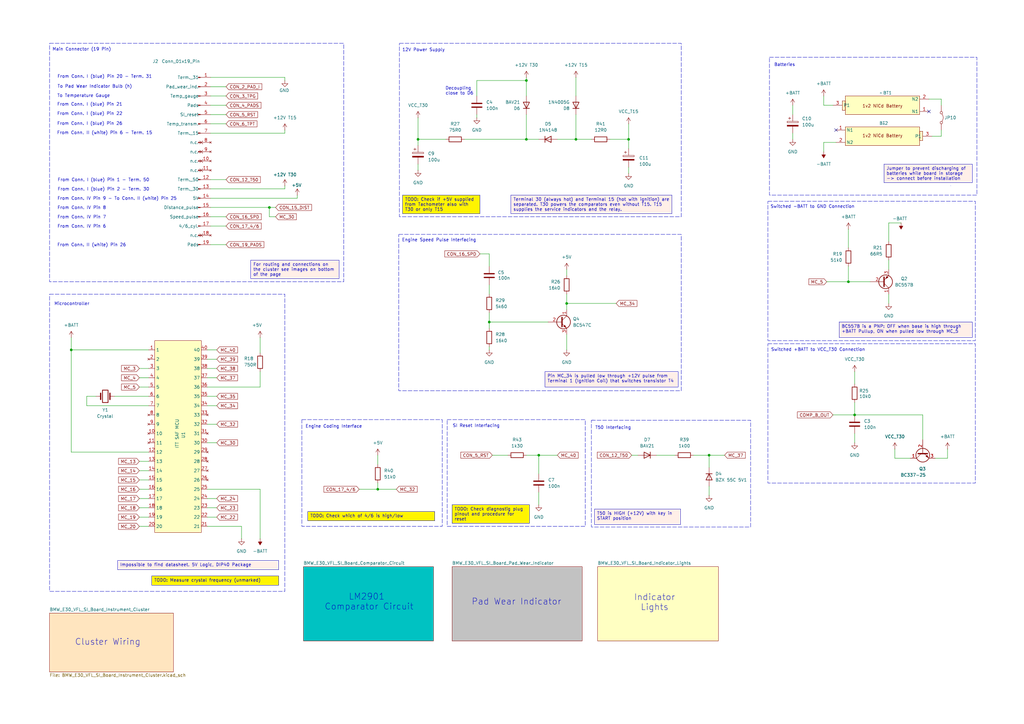
<source format=kicad_sch>
(kicad_sch (version 20231120) (generator "eeschema") (generator_version "8.0")
  (paper "A3")
  (title_block (title "BMW E30 Pre-Facelift SI Board") (date "2024-06-15") (rev "2"))
  (lib_symbols
    (symbol "1.2V_NiCd_AA_1"
      (property "Reference" "BT1" (at -2.032 -8.89 0))
      (property "Value" "~" (at 0.635 -8.89 0))
      (symbol "1.2V_NiCd_AA_1_1_1"
        (text "    1v2 NiCd Battery    " (at 0 -3.556 0) (effects (font (size 1.27 1.27))))
        (pin power_out line (at -19.05 -1.27 0) (length 3.81) (name "N1") (number "1"))
        (pin power_out line (at -19.05 -6.35 0) (length 3.81) (name "N2") (number "2"))
        (pin power_out line (at 20.32 -3.81 180) (length 3.81) (name "P1") (number "3"))
      )
    )
    (symbol "Connector:Conn_01x19_Pin" (pin_names (offset 1.016))
      (property "Reference" "J2" (at -6.858 33.274 0))
      (property "Value" "Conn_01x19_Pin" (at -0.254 30.734 0))
      (symbol "Conn_01x19_Pin_1_1"
        (pin power_in line (at 5.08 22.86 180) (length 3.81) (name "Term._31") (number "1"))
        (pin no_connect non_logic (at 5.08 -11.43 180) (length 3.81) (name "n.c.") (number "10"))
        (pin no_connect non_logic (at 5.08 -15.24 180) (length 3.81) (name "n.c.") (number "11"))
        (pin power_in line (at 5.08 -19.05 180) (length 3.81) (name "Term._50") (number "12"))
        (pin power_in line (at 5.08 -22.86 180) (length 3.81) (name "Term._30") (number "13"))
        (pin power_in line (at 5.08 -26.67 180) (length 3.81) (name "5V") (number "14"))
        (pin input line (at 5.08 -30.48 180) (length 3.81) (name "Distance_pulse") (number "15"))
        (pin input line (at 5.08 -34.29 180) (length 3.81) (name "Speed_pulse") (number "16"))
        (pin input line (at 5.08 -38.1 180) (length 3.81) (name "4/6_cyl.") (number "17"))
        (pin no_connect non_logic (at 5.08 -41.91 180) (length 3.81) (name "n.c.") (number "18"))
        (pin passive line (at 5.08 -45.72 180) (length 3.81) (name "Pads") (number "19"))
        (pin output line (at 5.08 19.05 180) (length 3.81) (name "Pad_wear_ind.") (number "2"))
        (pin output line (at 5.08 15.24 180) (length 3.81) (name "Temp_gauge") (number "3"))
        (pin passive line (at 5.08 11.43 180) (length 3.81) (name "Pads") (number "4"))
        (pin input line (at 5.08 7.62 180) (length 3.81) (name "SI_reset") (number "5"))
        (pin input line (at 5.08 3.81 180) (length 3.81) (name "Temp_transm.") (number "6"))
        (pin power_in line (at 5.08 0 180) (length 3.81) (name "Term._15") (number "7"))
        (pin no_connect non_logic (at 5.08 -3.81 180) (length 3.81) (name "n.c.") (number "8"))
        (pin no_connect non_logic (at 5.08 -7.62 180) (length 3.81) (name "n.c.") (number "9"))
      )
    )
    (symbol "Device:C" (pin_numbers hide) (pin_names (offset 0.254))
      (property "Reference" "C" (at 0.635 2.54 0))
      (property "Value" "C" (at 0.635 -2.54 0))
      (symbol "C_1_1"
        (pin passive line (at 0 3.81 270) (length 2.794) (name "~") (number "1"))
        (pin passive line (at 0 -3.81 90) (length 2.794) (name "~") (number "2"))
      )
    )
    (symbol "Device:C_Polarized" (pin_numbers hide) (pin_names (offset 0.254))
      (property "Reference" "C" (at 0.635 2.54 0))
      (property "Value" "C_Polarized" (at 0.635 -2.54 0))
      (symbol "C_Polarized_1_1"
        (pin passive line (at 0 3.81 270) (length 2.794) (name "~") (number "1"))
        (pin passive line (at 0 -3.81 90) (length 2.794) (name "~") (number "2"))
      )
    )
    (symbol "Device:Crystal" (pin_numbers hide) (pin_names (offset 1.016) hide)
      (property "Reference" "Y" (at 0 3.81 0))
      (property "Value" "Crystal" (at 0 -3.81 0))
      (symbol "Crystal_1_1"
        (pin passive line (at -3.81 0 0) (length 1.27) (name "1") (number "1"))
        (pin passive line (at 3.81 0 180) (length 1.27) (name "2") (number "2"))
      )
    )
    (symbol "Device:D" (pin_numbers hide) (pin_names (offset 1.016) hide)
      (property "Reference" "D" (at 0 2.54 0))
      (property "Value" "D" (at 0 -2.54 0))
      (symbol "D_1_1"
        (pin passive line (at -3.81 0 0) (length 2.54) (name "K") (number "1"))
        (pin passive line (at 3.81 0 180) (length 2.54) (name "A") (number "2"))
      )
    )
    (symbol "Device:R" (pin_numbers hide) (pin_names (offset 0))
      (property "Reference" "R" (at 2.032 0 90))
      (property "Value" "R" (at 0 0 90))
      (symbol "R_1_1"
        (pin passive line (at 0 3.81 270) (length 1.27) (name "~") (number "1"))
        (pin passive line (at 0 -3.81 90) (length 1.27) (name "~") (number "2"))
      )
    )
    (symbol "Diode:1N4005" (pin_numbers hide) (pin_names hide)
      (property "Reference" "D" (at 0 2.54 0))
      (property "Value" "1N4005" (at 0 -2.54 0))
      (symbol "1N4005_1_1"
        (pin passive line (at -3.81 0 0) (length 2.54) (name "K") (number "1"))
        (pin passive line (at 3.81 0 180) (length 2.54) (name "A") (number "2"))
      )
    )
    (symbol "Diode:1N4148" (pin_numbers hide) (pin_names hide)
      (property "Reference" "D" (at 0 2.54 0))
      (property "Value" "1N4148" (at 0 -2.54 0))
      (symbol "1N4148_1_1"
        (pin passive line (at -3.81 0 0) (length 2.54) (name "K") (number "1"))
        (pin passive line (at 3.81 0 180) (length 2.54) (name "A") (number "2"))
      )
    )
    (symbol "Diode:BAV21" (pin_numbers hide) (pin_names hide)
      (property "Reference" "D" (at 0 2.54 0))
      (property "Value" "BAV21" (at 0 -2.54 0))
      (symbol "BAV21_1_1"
        (pin passive line (at -3.81 0 0) (length 2.54) (name "K") (number "1"))
        (pin passive line (at 3.81 0 180) (length 2.54) (name "A") (number "2"))
      )
    )
    (symbol "Jumper:Jumper_2_Bridged" (pin_numbers hide) (pin_names (offset 0) hide) (exclude_from_sim yes)
      (property "Reference" "JP" (at 0 1.905 0))
      (property "Value" "Jumper_2_Bridged" (at 0 -2.54 0))
      (symbol "Jumper_2_Bridged_1_1"
        (pin passive line (at -5.08 0 0) (length 2.54) (name "A") (number "1"))
        (pin passive line (at 5.08 0 180) (length 2.54) (name "B") (number "2"))
      )
    )
    (symbol "My_custom_symbols:1.2V_NiCd_AA"
      (property "Reference" "BT2" (at 0.508 1.524 0))
      (property "Value" "~" (at 0.635 1.27 0))
      (symbol "1.2V_NiCd_AA_1_1"
        (text "    1v2 NiCd Battery    " (at 0 -3.556 0) (effects (font (size 1.27 1.27))))
        (pin power_out line (at -19.05 -1.27 0) (length 3.81) (name "N1") (number "1"))
        (pin power_out line (at -19.05 -6.35 0) (length 3.81) (name "N2") (number "2"))
        (pin power_out line (at 20.32 -3.81 180) (length 3.81) (name "P1") (number "3"))
      )
    )
    (symbol "My_custom_symbols:ITT_SAF_MCU"
      (property "Reference" "U1" (at 0.762 -18.796 0))
      (property "Value" "ITT SAF MCU" (at 4.826 -21.336 0))
      (symbol "ITT_SAF_MCU_1_1"
        (pin input line (at -35.56 -33.02 90) (length 2.54) (name "1") (number "1"))
        (pin no_connect line (at -1.27 -33.02 90) (length 2.54) (name "10") (number "10"))
        (pin no_connect line (at 2.54 -33.02 90) (length 2.54) (name "11") (number "11"))
        (pin input line (at 6.35 -33.02 90) (length 2.54) (name "12") (number "12"))
        (pin output line (at 10.16 -33.02 90) (length 2.54) (name "13") (number "13"))
        (pin output line (at 13.97 -33.02 90) (length 2.54) (name "14") (number "14"))
        (pin output line (at 17.78 -33.02 90) (length 2.54) (name "15") (number "15"))
        (pin output line (at 21.59 -33.02 90) (length 2.54) (name "16") (number "16"))
        (pin output line (at 25.4 -33.02 90) (length 2.54) (name "17") (number "17"))
        (pin output line (at 29.21 -33.02 90) (length 2.54) (name "18") (number "18"))
        (pin output line (at 33.02 -33.02 90) (length 2.54) (name "19") (number "19"))
        (pin no_connect line (at -31.75 -33.02 90) (length 2.54) (name "2") (number "2"))
        (pin output line (at 36.83 -33.02 90) (length 2.54) (name "20") (number "20"))
        (pin power_in line (at 36.83 -8.89 270) (length 2.54) (name "21") (number "21"))
        (pin output line (at 33.02 -8.89 270) (length 2.54) (name "22") (number "22"))
        (pin output line (at 29.21 -8.89 270) (length 2.54) (name "23") (number "23"))
        (pin output line (at 25.4 -8.89 270) (length 2.54) (name "24") (number "24"))
        (pin input line (at 21.59 -8.89 270) (length 2.54) (name "25") (number "25"))
        (pin no_connect line (at 17.78 -8.89 270) (length 2.54) (name "26") (number "26"))
        (pin no_connect line (at 13.97 -8.89 270) (length 2.54) (name "27") (number "27"))
        (pin no_connect line (at 10.16 -8.89 270) (length 2.54) (name "28") (number "28"))
        (pin no_connect line (at 6.35 -8.89 270) (length 2.54) (name "29") (number "29"))
        (pin input line (at -27.94 -33.02 90) (length 2.54) (name "3") (number "3"))
        (pin input line (at 2.54 -8.89 270) (length 2.54) (name "30") (number "30"))
        (pin no_connect line (at -1.27 -8.89 270) (length 2.54) (name "31") (number "31"))
        (pin input line (at -5.08 -8.89 270) (length 2.54) (name "32") (number "32"))
        (pin no_connect line (at -8.89 -8.89 270) (length 2.54) (name "33") (number "33"))
        (pin input line (at -12.7 -8.89 270) (length 2.54) (name "34") (number "34"))
        (pin input line (at -16.51 -8.89 270) (length 2.54) (name "35") (number "35"))
        (pin input line (at -20.32 -8.89 270) (length 2.54) (name "36") (number "36"))
        (pin input line (at -24.13 -8.89 270) (length 2.54) (name "37") (number "37"))
        (pin input line (at -27.94 -8.89 270) (length 2.54) (name "38") (number "38"))
        (pin output line (at -31.75 -8.89 270) (length 2.54) (name "39") (number "39"))
        (pin input line (at -24.13 -33.02 90) (length 2.54) (name "4") (number "4"))
        (pin input line (at -35.56 -8.89 270) (length 2.54) (name "40") (number "40"))
        (pin input line (at -20.32 -33.02 90) (length 2.54) (name "5") (number "5"))
        (pin input line (at -16.51 -33.02 90) (length 2.54) (name "6") (number "6"))
        (pin input line (at -12.7 -33.02 90) (length 2.54) (name "7") (number "7"))
        (pin no_connect line (at -8.89 -33.02 90) (length 2.54) (name "8") (number "8"))
        (pin no_connect line (at -5.08 -33.02 90) (length 2.54) (name "9") (number "9"))
      )
    )
    (symbol "Transistor_BJT:BC337" (pin_names (offset 0) hide)
      (property "Reference" "Q" (at 5.08 1.905 0))
      (property "Value" "BC337" (at 5.08 0 0))
      (symbol "BC337_1_1"
        (pin passive line (at 2.54 5.08 270) (length 2.54) (name "C") (number "1"))
        (pin input line (at -5.08 0 0) (length 5.08) (name "B") (number "2"))
        (pin passive line (at 2.54 -5.08 90) (length 2.54) (name "E") (number "3"))
      )
    )
    (symbol "Transistor_BJT:BC547" (pin_names (offset 0) hide)
      (property "Reference" "Q" (at 5.08 1.905 0))
      (property "Value" "BC547" (at 5.08 0 0))
      (symbol "BC547_1_1"
        (pin passive line (at 2.54 5.08 270) (length 2.54) (name "C") (number "1"))
        (pin input line (at -5.08 0 0) (length 5.08) (name "B") (number "2"))
        (pin passive line (at 2.54 -5.08 90) (length 2.54) (name "E") (number "3"))
      )
    )
    (symbol "Transistor_BJT:BC557" (pin_names (offset 0) hide)
      (property "Reference" "Q" (at 5.08 1.905 0))
      (property "Value" "BC557" (at 5.08 0 0))
      (symbol "BC557_1_1"
        (pin passive line (at 2.54 5.08 270) (length 2.54) (name "C") (number "1"))
        (pin input line (at -5.08 0 0) (length 5.715) (name "B") (number "2"))
        (pin passive line (at 2.54 -5.08 90) (length 2.54) (name "E") (number "3"))
      )
    )
    (symbol "power:+12V" (power) (pin_numbers hide) (pin_names (offset 0) hide)
      (property "Value" "+12V" (at 0 3.556 0))
      (symbol "+12V_1_1"
        (pin power_in line (at 0 0 90) (length 0) (name "~") (number "1"))
      )
    )
    (symbol "power:+5V" (power) (pin_numbers hide) (pin_names (offset 0) hide)
      (property "Value" "+5V" (at 0 3.556 0))
      (symbol "+5V_1_1"
        (pin power_in line (at 0 0 90) (length 0) (name "~") (number "1"))
      )
    )
    (symbol "power:+BATT" (power) (pin_numbers hide) (pin_names (offset 0) hide)
      (property "Value" "+BATT" (at 0 3.556 0))
      (symbol "+BATT_1_1"
        (pin power_in line (at 0 0 90) (length 0) (name "~") (number "1"))
      )
    )
    (symbol "power:-BATT" (power) (pin_numbers hide) (pin_names (offset 0) hide)
      (property "Value" "-BATT" (at 0 3.556 0))
      (symbol "-BATT_1_1"
        (pin power_in line (at 0 0 90) (length 0) (name "~") (number "1"))
      )
    )
    (symbol "power:GND" (power) (pin_numbers hide) (pin_names (offset 0) hide)
      (property "Value" "GND" (at 0 -3.81 0))
      (symbol "GND_1_1"
        (pin power_in line (at 0 0 270) (length 0) (name "~") (number "1"))
      )
    )
    (symbol "power:VCC" (power) (pin_numbers hide) (pin_names (offset 0) hide)
      (property "Value" "VCC" (at 0 3.556 0))
      (symbol "VCC_1_1"
        (pin power_in line (at 0 0 90) (length 0) (name "~") (number "1"))
      )
    )
  )
  (junction (at 347.98 115.57))
  (junction (at 110.49 85.09))
  (junction (at 171.45 57.15))
  (junction (at 232.41 124.46))
  (junction (at 215.9 57.15))
  (junction (at 236.22 57.15))
  (junction (at 215.9 33.02))
  (junction (at 350.52 170.18))
  (junction (at 200.66 132.08))
  (junction (at 29.21 143.51))
  (junction (at 290.83 186.69))
  (junction (at 220.98 186.69))
  (junction (at 257.81 57.15))
  (junction (at 154.94 200.66))
  (no_connect (at 381 45.72))
  (no_connect (at 342.9 53.34))
  (wire (pts (xy 88.9 151.13) (xy 85.09 151.13)))
  (wire (pts (xy 29.21 138.43) (xy 29.21 143.51)))
  (wire (pts (xy 171.45 57.15) (xy 182.88 57.15)))
  (wire (pts (xy 86.36 73.66) (xy 92.71 73.66)))
  (wire (pts (xy 364.49 91.44) (xy 369.57 91.44)))
  (wire (pts (xy 386.08 53.34) (xy 386.08 55.88)))
  (wire (pts (xy 106.68 220.98) (xy 106.68 200.66)))
  (wire (pts (xy 341.63 170.18) (xy 350.52 170.18)))
  (wire (pts (xy 88.9 154.94) (xy 85.09 154.94)))
  (wire (pts (xy 337.82 39.37) (xy 337.82 43.18)))
  (wire (pts (xy 85.09 158.75) (xy 106.68 158.75)))
  (wire (pts (xy 367.03 187.96) (xy 373.38 187.96)))
  (wire (pts (xy 116.84 33.02) (xy 116.84 31.75)))
  (wire (pts (xy 116.84 77.47) (xy 86.36 77.47)))
  (wire (pts (xy 200.66 116.84) (xy 200.66 120.65)))
  (wire (pts (xy 325.12 43.18) (xy 325.12 46.99)))
  (wire (pts (xy 60.96 204.47) (xy 57.15 204.47)))
  (wire (pts (xy 86.36 100.33) (xy 92.71 100.33)))
  (wire (pts (xy 290.83 199.39) (xy 290.83 203.2)))
  (wire (pts (xy 350.52 177.8) (xy 350.52 181.61)))
  (wire (pts (xy 269.24 186.69) (xy 276.86 186.69)))
  (wire (pts (xy 364.49 124.46) (xy 364.49 120.65)))
  (wire (pts (xy 116.84 31.75) (xy 86.36 31.75)))
  (wire (pts (xy 284.48 186.69) (xy 290.83 186.69)))
  (wire (pts (xy 86.36 35.56) (xy 92.71 35.56)))
  (wire (pts (xy 106.68 200.66) (xy 85.09 200.66)))
  (wire (pts (xy 154.94 198.12) (xy 154.94 200.66)))
  (wire (pts (xy 257.81 50.8) (xy 257.81 57.15)))
  (wire (pts (xy 290.83 186.69) (xy 297.18 186.69)))
  (wire (pts (xy 290.83 186.69) (xy 290.83 191.77)))
  (wire (pts (xy 220.98 201.93) (xy 220.98 207.01)))
  (wire (pts (xy 350.52 152.4) (xy 350.52 157.48)))
  (wire (pts (xy 232.41 124.46) (xy 252.73 124.46)))
  (wire (pts (xy 86.36 81.28) (xy 121.92 81.28)))
  (wire (pts (xy 228.6 186.69) (xy 220.98 186.69)))
  (wire (pts (xy 29.21 185.42) (xy 60.96 185.42)))
  (wire (pts (xy 86.36 50.8) (xy 92.71 50.8)))
  (wire (pts (xy 106.68 138.43) (xy 106.68 144.78)))
  (wire (pts (xy 200.66 104.14) (xy 200.66 109.22)))
  (wire (pts (xy 337.82 62.23) (xy 337.82 58.42)))
  (wire (pts (xy 228.6 57.15) (xy 236.22 57.15)))
  (wire (pts (xy 337.82 43.18) (xy 341.63 43.18)))
  (wire (pts (xy 259.08 186.69) (xy 261.62 186.69)))
  (wire (pts (xy 201.93 186.69) (xy 208.28 186.69)))
  (wire (pts (xy 60.96 215.9) (xy 57.15 215.9)))
  (wire (pts (xy 388.62 187.96) (xy 383.54 187.96)))
  (wire (pts (xy 88.9 166.37) (xy 85.09 166.37)))
  (wire (pts (xy 232.41 124.46) (xy 232.41 127)))
  (wire (pts (xy 113.03 88.9) (xy 110.49 88.9)))
  (wire (pts (xy 364.49 99.06) (xy 364.49 91.44)))
  (wire (pts (xy 236.22 57.15) (xy 242.57 57.15)))
  (wire (pts (xy 60.96 193.04) (xy 57.15 193.04)))
  (wire (pts (xy 60.96 189.23) (xy 57.15 189.23)))
  (wire (pts (xy 88.9 143.51) (xy 85.09 143.51)))
  (wire (pts (xy 29.21 143.51) (xy 60.96 143.51)))
  (wire (pts (xy 162.56 200.66) (xy 154.94 200.66)))
  (wire (pts (xy 85.09 181.61) (xy 88.9 181.61)))
  (wire (pts (xy 29.21 143.51) (xy 29.21 185.42)))
  (wire (pts (xy 171.45 48.26) (xy 171.45 57.15)))
  (wire (pts (xy 60.96 154.94) (xy 57.15 154.94)))
  (wire (pts (xy 86.36 85.09) (xy 110.49 85.09)))
  (wire (pts (xy 99.06 215.9) (xy 99.06 220.98)))
  (wire (pts (xy 367.03 184.15) (xy 367.03 187.96)))
  (wire (pts (xy 236.22 31.75) (xy 236.22 39.37)))
  (wire (pts (xy 257.81 68.58) (xy 257.81 71.12)))
  (wire (pts (xy 86.36 92.71) (xy 92.71 92.71)))
  (wire (pts (xy 215.9 46.99) (xy 215.9 57.15)))
  (wire (pts (xy 99.06 215.9) (xy 85.09 215.9)))
  (wire (pts (xy 381 40.64) (xy 386.08 40.64)))
  (wire (pts (xy 347.98 109.22) (xy 347.98 115.57)))
  (wire (pts (xy 347.98 115.57) (xy 339.09 115.57)))
  (wire (pts (xy 215.9 33.02) (xy 215.9 39.37)))
  (wire (pts (xy 200.66 132.08) (xy 200.66 134.62)))
  (wire (pts (xy 116.84 54.61) (xy 86.36 54.61)))
  (wire (pts (xy 88.9 147.32) (xy 85.09 147.32)))
  (wire (pts (xy 364.49 106.68) (xy 364.49 110.49)))
  (wire (pts (xy 86.36 43.18) (xy 92.71 43.18)))
  (wire (pts (xy 325.12 54.61) (xy 325.12 57.15)))
  (wire (pts (xy 195.58 33.02) (xy 195.58 39.37)))
  (wire (pts (xy 257.81 60.96) (xy 257.81 57.15)))
  (wire (pts (xy 39.37 162.56) (xy 35.56 162.56)))
  (wire (pts (xy 190.5 57.15) (xy 215.9 57.15)))
  (wire (pts (xy 350.52 165.1) (xy 350.52 170.18)))
  (wire (pts (xy 171.45 67.31) (xy 171.45 69.85)))
  (wire (pts (xy 86.36 88.9) (xy 92.71 88.9)))
  (wire (pts (xy 88.9 162.56) (xy 85.09 162.56)))
  (wire (pts (xy 196.85 104.14) (xy 200.66 104.14)))
  (wire (pts (xy 60.96 151.13) (xy 57.15 151.13)))
  (wire (pts (xy 60.96 212.09) (xy 57.15 212.09)))
  (wire (pts (xy 215.9 186.69) (xy 220.98 186.69)))
  (wire (pts (xy 88.9 208.28) (xy 85.09 208.28)))
  (wire (pts (xy 236.22 46.99) (xy 236.22 57.15)))
  (wire (pts (xy 220.98 194.31) (xy 220.98 186.69)))
  (wire (pts (xy 215.9 57.15) (xy 220.98 57.15)))
  (wire (pts (xy 232.41 137.16) (xy 232.41 143.51)))
  (wire (pts (xy 382.27 55.88) (xy 386.08 55.88)))
  (wire (pts (xy 35.56 166.37) (xy 35.56 162.56)))
  (wire (pts (xy 200.66 142.24) (xy 200.66 143.51)))
  (wire (pts (xy 337.82 58.42) (xy 342.9 58.42)))
  (wire (pts (xy 110.49 85.09) (xy 110.49 88.9)))
  (wire (pts (xy 195.58 33.02) (xy 215.9 33.02)))
  (wire (pts (xy 378.46 180.34) (xy 378.46 170.18)))
  (wire (pts (xy 154.94 186.69) (xy 154.94 190.5)))
  (wire (pts (xy 232.41 113.03) (xy 232.41 110.49)))
  (wire (pts (xy 60.96 200.66) (xy 57.15 200.66)))
  (wire (pts (xy 200.66 128.27) (xy 200.66 132.08)))
  (wire (pts (xy 60.96 162.56) (xy 46.99 162.56)))
  (wire (pts (xy 86.36 39.37) (xy 92.71 39.37)))
  (wire (pts (xy 85.09 204.47) (xy 88.9 204.47)))
  (wire (pts (xy 121.92 81.28) (xy 121.92 80.01)))
  (wire (pts (xy 88.9 212.09) (xy 85.09 212.09)))
  (wire (pts (xy 386.08 43.18) (xy 386.08 40.64)))
  (wire (pts (xy 347.98 115.57) (xy 356.87 115.57)))
  (wire (pts (xy 106.68 152.4) (xy 106.68 158.75)))
  (wire (pts (xy 195.58 48.26) (xy 195.58 46.99)))
  (wire (pts (xy 171.45 59.69) (xy 171.45 57.15)))
  (wire (pts (xy 147.32 200.66) (xy 154.94 200.66)))
  (wire (pts (xy 116.84 76.2) (xy 116.84 77.47)))
  (wire (pts (xy 200.66 132.08) (xy 224.79 132.08)))
  (wire (pts (xy 232.41 120.65) (xy 232.41 124.46)))
  (wire (pts (xy 86.36 46.99) (xy 92.71 46.99)))
  (wire (pts (xy 116.84 54.61) (xy 116.84 53.34)))
  (wire (pts (xy 60.96 208.28) (xy 57.15 208.28)))
  (wire (pts (xy 110.49 85.09) (xy 113.03 85.09)))
  (wire (pts (xy 215.9 31.75) (xy 215.9 33.02)))
  (wire (pts (xy 388.62 184.15) (xy 388.62 187.96)))
  (wire (pts (xy 60.96 196.85) (xy 57.15 196.85)))
  (wire (pts (xy 60.96 166.37) (xy 35.56 166.37)))
  (wire (pts (xy 257.81 57.15) (xy 250.19 57.15)))
  (wire (pts (xy 88.9 173.99) (xy 85.09 173.99)))
  (wire (pts (xy 347.98 93.98) (xy 347.98 101.6)))
  (wire (pts (xy 350.52 170.18) (xy 378.46 170.18)))
  (wire (pts (xy 60.96 158.75) (xy 57.15 158.75)))
  (rectangle (start 242.57 172.339) (end 307.848 216.154) (stroke (width 0) (type dash)))
  (rectangle (start 389.89 76.2) (end 389.89 76.2))
  (rectangle (start 314.96 140.97) (end 400.05 198.12) (stroke (width 0) (type dash)))
  (rectangle (start 140.97 76.2) (end 140.97 76.2))
  (rectangle (start 163.83 17.78) (end 279.4 88.9) (stroke (width 0) (type dash)))
  (rectangle (start 20.32 120.65) (end 116.84 242.57) (stroke (width 0) (type dash)))
  (rectangle (start 20.32 17.78) (end 140.97 115.57) (stroke (width 0) (type dash)))
  (rectangle (start 183.388 172.085) (end 240.03 215.9) (stroke (width 0) (type dash)))
  (rectangle (start 243.205 172.085) (end 243.205 172.085))
  (rectangle (start 163.576 96.139) (end 279.4 160.274) (stroke (width 0) (type dash)))
  (rectangle (start 315.595 23.495) (end 400.685 80.01) (stroke (width 0) (type dash)))
  (rectangle (start 314.96 82.55) (end 400.05 139.7) (stroke (width 0) (type dash)))
  (rectangle (start 123.825 172.085) (end 181.356 215.9) (stroke (width 0) (type dash)))
  (text_box "TODO: Measure crystal frequency (unmarked)" (at 62.23 236.22 0) (size 52.07 3.81) (fill (type color) (color 255 244 0 1)) (effects (font (size 1.27 1.27)) (justify left top)))
  (text_box "Terminal 30 (always hot) and Terminal 15 (hot with ignition) are separated. T30 powers the comparators even without T15. T15 supplies the service indicators and the relay. " (at 209.55 80.01 0) (size 66.04 7.62) (fill (type color) (color 255 239 232 1)) (effects (font (size 1.27 1.27)) (justify left top)))
  (text_box "TODO: Check diagnostig plug pinout and procedure for reset" (at 185.42 207.01 0) (size 31.75 7.62) (fill (type color) (color 255 244 0 1)) (effects (font (size 1.27 1.27)) (justify left top)))
  (text_box "BC557B is a PNP: OFF when base is high through +BATT Pullup, ON when pulled low through MC_5 " (at 344.17 132.08 0) (size 54.61 6.35) (fill (type color) (color 255 239 232 1)) (effects (font (size 1.27 1.27)) (justify left top)))
  (text_box "T50 is HIGH (+12V) with key in START position" (at 243.84 208.788 0) (size 35.306 6.35) (fill (type color) (color 255 239 232 1)) (effects (font (size 1.27 1.27)) (justify left top)))
  (text_box "Pin MC_34 is pulled low through +12V pulse from Terminal 1 (Ignition Coil) that switches transistor T4" (at 223.52 152.4 0) (size 54.61 6.35) (fill (type color) (color 255 239 232 1)) (effects (font (size 1.27 1.27)) (justify left top)))
  (text_box "TODO: Check if +5V supplied from Tachometer also with T30 or only T15" (at 165.1 80.01 0) (size 31.75 7.62) (fill (type color) (color 255 244 0 1)) (effects (font (size 1.27 1.27)) (justify left top)))
  (text_box "TODO: Check which of 4/6 is high/low " (at 126.238 209.804 0) (size 52.07 3.81) (fill (type color) (color 255 244 0 1)) (effects (font (size 1.27 1.27)) (justify left top)))
  (text_box "For routing and connections on the cluster see images on bottom of the page" (at 102.87 106.68 0) (size 36.195 7.62) (fill (type color) (color 255 239 232 1)) (effects (font (size 1.27 1.27)) (justify left top)))
  (text_box "Jumper to prevent discharging of \nbatteries while board in storage\n-> connect before installation" (at 362.585 67.31 0) (size 36.195 7.62) (fill (type color) (color 255 239 232 1)) (effects (font (size 1.27 1.27)) (justify left top)))
  (text_box "Impossible to find datasheet. 5V Logic, DIP40 Package" (at 48.26 229.87 0) (size 66.04 3.81) (fill (type color) (color 255 239 232 1)) (effects (font (size 1.27 1.27)) (justify left top)))
  (text "Switched +BATT to VCC_T30 Connection" (at 335.534 143.51 0) (effects (font (size 1.27 1.27))))
  (text "Engine Speed Pulse Interfacing\n\n" (at 180.086 99.568 0) (effects (font (size 1.27 1.27))))
  (text "Decoupling \nclose to D6\n" (at 188.468 37.338 0) (effects (font (size 1.27 1.27))))
  (text "From Conn. I (blue) Pin 1 - Term. 50 " (at 42.926 73.914 0) (effects (font (size 1.27 1.27))))
  (text "From Conn. I (blue) Pin 20 - Term. 31" (at 42.926 31.496 0) (effects (font (size 1.27 1.27))))
  (text "From Conn. I (blue) Pin 2 - Term. 30 " (at 42.926 77.724 0) (effects (font (size 1.27 1.27))))
  (text "Microcontroller" (at 29.464 124.714 0) (effects (font (size 1.27 1.27))))
  (text "Cluster Wiring" (at 44.196 263.398 0) (effects (font (size 2.54 2.54))))
  (text "From Conn. I (blue) Pin 21" (at 36.83 42.926 0) (effects (font (size 1.27 1.27))))
  (text "From Conn. IV Pin 8" (at 33.528 85.344 0) (effects (font (size 1.27 1.27))))
  (text "From Conn. II (white) Pin 6 - Term. 15" (at 42.926 54.61 0) (effects (font (size 1.27 1.27))))
  (text "To Pad Wear Indicator Bulb (h)" (at 38.862 35.56 0) (effects (font (size 1.27 1.27))))
  (text "12V Power Supply" (at 173.736 20.574 0) (effects (font (size 1.27 1.27))))
  (text "From Conn. I (blue) Pin 26" (at 36.83 50.8 0) (effects (font (size 1.27 1.27))))
  (text "From Conn. IV Pin 7" (at 33.528 89.154 0) (effects (font (size 1.27 1.27))))
  (text "Main Connector (19 Pin)" (at 33.528 20.32 0) (effects (font (size 1.27 1.27))))
  (text "SI Reset Interfacing\n\n\n" (at 195.326 176.784 0) (effects (font (size 1.27 1.27))))
  (text "From Conn. I (blue) Pin 22" (at 36.83 46.736 0) (effects (font (size 1.27 1.27))))
  (text "Indicator\nLights" (at 268.478 247.142 0) (effects (font (size 2.54 2.54))))
  (text "LM2901 \nComparator Circuit" (at 151.384 246.888 0) (effects (font (size 2.54 2.54))))
  (text "From Conn. IV Pin 9 - To Conn. II (white) Pin 25" (at 48.006 81.534 0) (effects (font (size 1.27 1.27))))
  (text "T50 Interfacing\n\n\n" (at 251.46 177.546 0) (effects (font (size 1.27 1.27))))
  (text "Engine Coding Interface\n" (at 136.906 175.006 0) (effects (font (size 1.27 1.27))))
  (text "From Conn. IV Pin 6" (at 33.528 92.964 0) (effects (font (size 1.27 1.27))))
  (text "To Temperature Gauge" (at 34.29 39.37 0) (effects (font (size 1.27 1.27))))
  (text "Pad Wear Indicator" (at 211.836 246.888 0) (effects (font (size 2.54 2.54))))
  (text "Switched -BATT to GND Connection" (at 333.248 84.836 0) (effects (font (size 1.27 1.27))))
  (text "Batteries\n" (at 321.818 26.67 0) (effects (font (size 1.27 1.27))))
  (text "From Conn. II (white) Pin 26" (at 37.592 100.584 0) (effects (font (size 1.27 1.27))))
  (global_label "MC_4" (shape input) (at 57.15 154.94 180) (property "Intersheetrefs" "${INTERSHEET_REFS}" (effects (hide yes))))
  (global_label "MC_5" (shape input) (at 339.09 115.57 180) (property "Intersheetrefs" "${INTERSHEET_REFS}" (effects (hide yes))))
  (global_label "COMP_B_OUT" (shape input) (at 341.63 170.18 180) (property "Intersheetrefs" "${INTERSHEET_REFS}" (effects (hide yes))))
  (global_label "MC_32" (shape input) (at 162.56 200.66 0) (property "Intersheetrefs" "${INTERSHEET_REFS}" (effects (hide yes))))
  (global_label "MC_17" (shape input) (at 57.15 204.47 180) (property "Intersheetrefs" "${INTERSHEET_REFS}" (effects (hide yes))))
  (global_label "MC_35" (shape input) (at 88.9 162.56 0) (property "Intersheetrefs" "${INTERSHEET_REFS}" (effects (hide yes))))
  (global_label "MC_34" (shape input) (at 252.73 124.46 0) (property "Intersheetrefs" "${INTERSHEET_REFS}" (effects (hide yes))))
  (global_label "MC_39" (shape input) (at 88.9 147.32 0) (property "Intersheetrefs" "${INTERSHEET_REFS}" (effects (hide yes))))
  (global_label "MC_37" (shape input) (at 297.18 186.69 0) (property "Intersheetrefs" "${INTERSHEET_REFS}" (effects (hide yes))))
  (global_label "MC_20" (shape input) (at 57.15 215.9 180) (property "Intersheetrefs" "${INTERSHEET_REFS}" (effects (hide yes))))
  (global_label "MC_19" (shape input) (at 57.15 212.09 180) (property "Intersheetrefs" "${INTERSHEET_REFS}" (effects (hide yes))))
  (global_label "MC_34" (shape input) (at 88.9 166.37 0) (property "Intersheetrefs" "${INTERSHEET_REFS}" (effects (hide yes))))
  (global_label "MC_24" (shape input) (at 88.9 204.47 0) (property "Intersheetrefs" "${INTERSHEET_REFS}" (effects (hide yes))))
  (global_label "CON_19_PADS" (shape input) (at 92.71 100.33 0) (property "Intersheetrefs" "${INTERSHEET_REFS}" (effects (hide yes))))
  (global_label "CON_5_RST" (shape input) (at 201.93 186.69 180) (property "Intersheetrefs" "${INTERSHEET_REFS}" (effects (hide yes))))
  (global_label "MC_38" (shape input) (at 88.9 151.13 0) (property "Intersheetrefs" "${INTERSHEET_REFS}" (effects (hide yes))))
  (global_label "CON_16_SPD" (shape input) (at 196.85 104.14 180) (property "Intersheetrefs" "${INTERSHEET_REFS}" (effects (hide yes))))
  (global_label "MC_3" (shape input) (at 57.15 151.13 180) (property "Intersheetrefs" "${INTERSHEET_REFS}" (effects (hide yes))))
  (global_label "CON_12_T50" (shape input) (at 92.71 73.66 0) (property "Intersheetrefs" "${INTERSHEET_REFS}" (effects (hide yes))))
  (global_label "CON_15_DIST" (shape input) (at 113.03 85.09 0) (property "Intersheetrefs" "${INTERSHEET_REFS}" (effects (hide yes))))
  (global_label "MC_30" (shape input) (at 88.9 181.61 0) (property "Intersheetrefs" "${INTERSHEET_REFS}" (effects (hide yes))))
  (global_label "MC_40" (shape input) (at 228.6 186.69 0) (property "Intersheetrefs" "${INTERSHEET_REFS}" (effects (hide yes))))
  (global_label "CON_3_TPG" (shape input) (at 92.71 39.37 0) (property "Intersheetrefs" "${INTERSHEET_REFS}" (effects (hide yes))))
  (global_label "CON_17_4{slash}6" (shape input) (at 147.32 200.66 180) (property "Intersheetrefs" "${INTERSHEET_REFS}" (effects (hide yes))))
  (global_label "MC_18" (shape input) (at 57.15 208.28 180) (property "Intersheetrefs" "${INTERSHEET_REFS}" (effects (hide yes))))
  (global_label "MC_23" (shape input) (at 88.9 208.28 0) (property "Intersheetrefs" "${INTERSHEET_REFS}" (effects (hide yes))))
  (global_label "CON_16_SPD" (shape input) (at 92.71 88.9 0) (property "Intersheetrefs" "${INTERSHEET_REFS}" (effects (hide yes))))
  (global_label "CON_5_RST" (shape input) (at 92.71 46.99 0) (property "Intersheetrefs" "${INTERSHEET_REFS}" (effects (hide yes))))
  (global_label "CON_12_T50" (shape input) (at 259.08 186.69 180) (property "Intersheetrefs" "${INTERSHEET_REFS}" (effects (hide yes))))
  (global_label "MC_30" (shape input) (at 113.03 88.9 0) (property "Intersheetrefs" "${INTERSHEET_REFS}" (effects (hide yes))))
  (global_label "CON_4_PADS" (shape input) (at 92.71 43.18 0) (property "Intersheetrefs" "${INTERSHEET_REFS}" (effects (hide yes))))
  (global_label "MC_15" (shape input) (at 57.15 196.85 180) (property "Intersheetrefs" "${INTERSHEET_REFS}" (effects (hide yes))))
  (global_label "MC_22" (shape input) (at 88.9 212.09 0) (property "Intersheetrefs" "${INTERSHEET_REFS}" (effects (hide yes))))
  (global_label "MC_13" (shape input) (at 57.15 189.23 180) (property "Intersheetrefs" "${INTERSHEET_REFS}" (effects (hide yes))))
  (global_label "MC_14" (shape input) (at 57.15 193.04 180) (property "Intersheetrefs" "${INTERSHEET_REFS}" (effects (hide yes))))
  (global_label "MC_16" (shape input) (at 57.15 200.66 180) (property "Intersheetrefs" "${INTERSHEET_REFS}" (effects (hide yes))))
  (global_label "MC_40" (shape input) (at 88.9 143.51 0) (property "Intersheetrefs" "${INTERSHEET_REFS}" (effects (hide yes))))
  (global_label "CON_17_4{slash}6" (shape input) (at 92.71 92.71 0) (property "Intersheetrefs" "${INTERSHEET_REFS}" (effects (hide yes))))
  (global_label "CON_2_PAD_I" (shape input) (at 92.71 35.56 0) (property "Intersheetrefs" "${INTERSHEET_REFS}" (effects (hide yes))))
  (global_label "CON_6_TPT" (shape input) (at 92.71 50.8 0) (property "Intersheetrefs" "${INTERSHEET_REFS}" (effects (hide yes))))
  (global_label "MC_37" (shape input) (at 88.9 154.94 0) (property "Intersheetrefs" "${INTERSHEET_REFS}" (effects (hide yes))))
  (global_label "MC_5" (shape input) (at 57.15 158.75 180) (property "Intersheetrefs" "${INTERSHEET_REFS}" (effects (hide yes))))
  (global_label "MC_32" (shape input) (at 88.9 173.99 0) (property "Intersheetrefs" "${INTERSHEET_REFS}" (effects (hide yes))))
  (symbol (lib_id "Device:R") (at 350.52 161.29 180) (unit 1)
    (property "Reference" "R25" (at 354.33 160.274 0))
    (property "Value" "10k0" (at 354.838 162.56 0))
    (property "Footprint" "Footprint_Library_Custom:R_Axial_DIN0207_L6.3mm_D2.5mm_P10.16mm_Horizontal" (effects (hide yes)))
    (property "Description" "Resistor" (effects (hide yes)))
  )
  (symbol (lib_id "power:+BATT") (at 325.12 43.18 0) (unit 1)
    (property "Reference" "#PWR045" (effects (hide yes)))
    (property "Value" "+BATT" (at 325.12 38.1 0))
    (property "Description" "Power symbol creates a global label with name \"+BATT\"" (effects (hide yes)))
  )
  (symbol (lib_id "power:-BATT") (at 337.82 62.23 0) (mirror x) (unit 1)
    (property "Reference" "#PWR037" (effects (hide yes)))
    (property "Value" "-BATT" (at 337.82 67.31 0))
    (property "Description" "Power symbol creates a global label with name \"-BATT\"" (effects (hide yes)))
  )
  (symbol (lib_id "power:GND") (at 200.66 143.51 0) (unit 1)
    (property "Reference" "#PWR010" (effects (hide yes)))
    (property "Value" "GND" (at 200.66 148.59 0))
    (property "Description" "Power symbol creates a global label with name \"GND\" , ground" (effects (hide yes)))
  )
  (symbol (lib_id "Device:R") (at 212.09 186.69 90) (unit 1)
    (property "Reference" "R43" (at 212.09 180.34 90))
    (property "Value" "1k30" (at 212.09 182.88 90))
    (property "Footprint" "Footprint_Library_Custom:R_Axial_DIN0207_L6.3mm_D2.5mm_P10.16mm_Horizontal" (effects (hide yes)))
    (property "Description" "Resistor" (effects (hide yes)))
  )
  (symbol (lib_id "Transistor_BJT:BC557") (at 361.95 115.57 0) (mirror x) (unit 1)
    (property "Reference" "Q2" (at 370.84 114.3 0))
    (property "Value" "BC557B" (at 370.84 116.84 0))
    (property "Footprint" "Package_TO_SOT_THT:TO-92_Inline_Wide" (effects (hide yes)))
    (property "Datasheet" "https://www.onsemi.com/pub/Collateral/BC556BTA-D.pdf" (effects (hide yes)))
    (property "Description" "0.1A Ic, 45V Vce, PNP Small Signal Transistor, TO-92" (effects (hide yes)))
  )
  (symbol (lib_id "power:+5V") (at 121.92 80.01 0) (unit 1)
    (property "Reference" "#PWR024" (effects (hide yes)))
    (property "Value" "+5V" (at 121.666 75.946 0))
    (property "Description" "Power symbol creates a global label with name \"+5V\"" (effects (hide yes)))
  )
  (symbol (lib_id "power:+12V") (at 116.84 76.2 0) (unit 1)
    (property "Reference" "#PWR032" (effects (hide yes)))
    (property "Value" "+12V T30" (at 116.84 71.628 0))
    (property "Description" "Power symbol creates a global label with name \"+12V\"" (effects (hide yes)))
  )
  (symbol (lib_id "My_custom_symbols:1.2V_NiCd_AA") (at 361.95 52.07 0) (unit 1)
    (property "Reference" "BT2" (at 362.458 50.546 0))
    (property "Value" "~" (at 362.585 50.8 0))
    (property "Footprint" "Footprint_Library_Custom:E30 SI Battery NiCd AA" (effects (hide yes)))
  )
  (symbol (lib_name "1.2V_NiCd_AA_1") (lib_id "My_custom_symbols:1.2V_NiCd_AA") (at 361.95 46.99 180) (unit 1)
    (property "Reference" "BT1" (at 363.982 38.1 0))
    (property "Value" "~" (at 361.315 38.1 0))
    (property "Footprint" "Footprint_Library_Custom:E30 SI Battery NiCd AA" (effects (hide yes)))
  )
  (symbol (lib_id "power:+5V") (at 154.94 186.69 0) (unit 1)
    (property "Reference" "#PWR026" (effects (hide yes)))
    (property "Value" "+5V" (at 154.94 181.61 0))
    (property "Description" "Power symbol creates a global label with name \"+5V\"" (effects (hide yes)))
  )
  (symbol (lib_id "Device:C") (at 220.98 198.12 0) (unit 1)
    (property "Reference" "C7" (at 224.79 196.8499 0) (effects (justify left)))
    (property "Value" "100n" (at 224.79 199.3899 0) (effects (justify left)))
    (property "Footprint" "Capacitor_THT:C_Rect_L7.0mm_W2.5mm_P5.00mm" (effects (hide yes)))
    (property "Description" "Unpolarized capacitor" (effects (hide yes)))
  )
  (symbol (lib_id "power:+5V") (at 232.41 110.49 0) (mirror y) (unit 1)
    (property "Reference" "#PWR027" (effects (hide yes)))
    (property "Value" "+5V" (at 232.41 105.41 0))
    (property "Description" "Power symbol creates a global label with name \"+5V\"" (effects (hide yes)))
  )
  (symbol (lib_id "Device:R") (at 364.49 102.87 0) (mirror x) (unit 1)
    (property "Reference" "R21" (at 361.95 101.5999 0) (effects (justify right)))
    (property "Value" "66R5" (at 361.95 104.1399 0) (effects (justify right)))
    (property "Footprint" "Footprint_Library_Custom:R_Axial_DIN0207_L6.3mm_D2.5mm_P10.16mm_Horizontal" (effects (hide yes)))
    (property "Description" "Resistor" (effects (hide yes)))
  )
  (symbol (lib_id "power:VCC") (at 257.81 50.8 0) (unit 1)
    (property "Reference" "#PWR054" (effects (hide yes)))
    (property "Value" "VCC_T15" (at 257.81 45.72 0))
    (property "Description" "Power symbol creates a global label with name \"VCC\"" (effects (hide yes)))
  )
  (symbol (lib_id "Transistor_BJT:BC547") (at 229.87 132.08 0) (unit 1)
    (property "Reference" "Q4" (at 234.95 130.8099 0) (effects (justify left)))
    (property "Value" "BC547C" (at 234.95 133.3499 0) (effects (justify left)))
    (property "Footprint" "Package_TO_SOT_THT:TO-92_Inline_Wide" (effects (hide yes)))
    (property "Datasheet" "https://www.onsemi.com/pub/Collateral/BC550-D.pdf" (effects (hide yes)))
    (property "Description" "0.1A Ic, 45V Vce, Small Signal NPN Transistor, TO-92" (effects (hide yes)))
  )
  (symbol (lib_id "power:VCC") (at 367.03 184.15 0) (unit 1)
    (property "Reference" "#PWR052" (effects (hide yes)))
    (property "Value" "VCC_T30" (at 367.03 179.07 0))
    (property "Description" "Power symbol creates a global label with name \"VCC\"" (effects (hide yes)))
  )
  (symbol (lib_id "power:GND") (at 290.83 203.2 0) (unit 1)
    (property "Reference" "#PWR011" (effects (hide yes)))
    (property "Value" "GND" (at 290.83 208.28 0))
    (property "Description" "Power symbol creates a global label with name \"GND\" , ground" (effects (hide yes)))
  )
  (symbol (lib_id "Device:R") (at 200.66 124.46 180) (unit 1)
    (property "Reference" "R29" (at 203.2 123.1899 0) (effects (justify right)))
    (property "Value" "5k60" (at 203.2 125.7299 0) (effects (justify right)))
    (property "Footprint" "Footprint_Library_Custom:R_Axial_DIN0207_L6.3mm_D2.5mm_P10.16mm_Horizontal" (effects (hide yes)))
    (property "Description" "Resistor" (effects (hide yes)))
  )
  (symbol (lib_id "power:+BATT") (at 337.82 39.37 0) (unit 1)
    (property "Reference" "#PWR042" (effects (hide yes)))
    (property "Value" "+BATT" (at 337.82 34.29 0))
    (property "Description" "Power symbol creates a global label with name \"+BATT\"" (effects (hide yes)))
  )
  (symbol (lib_id "power:GND") (at 195.58 48.26 0) (unit 1)
    (property "Reference" "#PWR09" (effects (hide yes)))
    (property "Value" "GND" (at 195.58 53.34 0))
    (property "Description" "Power symbol creates a global label with name \"GND\" , ground" (effects (hide yes)))
  )
  (symbol (lib_id "My_custom_symbols:ITT_SAF_MCU") (at 93.98 179.07 270) (unit 1)
    (property "Reference" "U1" (at 75.184 179.832 0) (effects (justify right)))
    (property "Value" "ITT SAF MCU" (at 72.644 183.896 0) (effects (justify right)))
    (property "Footprint" "Package_DIP:DIP-40_W15.24mm" (effects (hide yes)))
    (property "Description" "Unspecified MCU of BMW E30 VVFL VDO SI Board" (effects (hide yes)))
  )
  (symbol (lib_id "power:+BATT") (at 347.98 93.98 0) (mirror y) (unit 1)
    (property "Reference" "#PWR050" (effects (hide yes)))
    (property "Value" "+BATT" (at 347.98 88.9 0))
    (property "Description" "Power symbol creates a global label with name \"+BATT\"" (effects (hide yes)))
  )
  (symbol (lib_id "Device:R") (at 106.68 148.59 180) (unit 1)
    (property "Reference" "R18" (at 100.076 147.066 0) (effects (justify right)))
    (property "Value" "750R" (at 100.076 149.606 0) (effects (justify right)))
    (property "Footprint" "Footprint_Library_Custom:R_Axial_DIN0207_L6.3mm_D2.5mm_P12.70mm_Horizontal" (effects (hide yes)))
    (property "Description" "Resistor" (effects (hide yes)))
  )
  (symbol (lib_id "Device:C") (at 195.58 43.18 180) (unit 1)
    (property "Reference" "C4" (at 199.39 41.9099 0) (effects (justify right)))
    (property "Value" "100n" (at 199.39 44.4499 0) (effects (justify right)))
    (property "Footprint" "Capacitor_THT:C_Rect_L7.0mm_W2.5mm_P5.00mm" (effects (hide yes)))
    (property "Description" "Unpolarized capacitor" (effects (hide yes)))
  )
  (symbol (lib_id "Device:R") (at 154.94 194.31 180) (unit 1)
    (property "Reference" "R40" (at 157.48 193.0399 0) (effects (justify right)))
    (property "Value" "51k0" (at 157.48 195.5799 0) (effects (justify right)))
    (property "Footprint" "Footprint_Library_Custom:R_Axial_DIN0207_L6.3mm_D2.5mm_P10.16mm_Horizontal" (effects (hide yes)))
    (property "Description" "Resistor" (effects (hide yes)))
  )
  (symbol (lib_id "power:GND") (at 364.49 124.46 0) (mirror y) (unit 1)
    (property "Reference" "#PWR023" (effects (hide yes)))
    (property "Value" "GND" (at 364.49 129.54 0))
    (property "Description" "Power symbol creates a global label with name \"GND\" , ground" (effects (hide yes)))
  )
  (symbol (lib_id "Device:R") (at 347.98 105.41 0) (mirror x) (unit 1)
    (property "Reference" "R19" (at 345.44 104.1399 0) (effects (justify right)))
    (property "Value" "51k0" (at 345.44 106.6799 0) (effects (justify right)))
    (property "Footprint" "Footprint_Library_Custom:R_Axial_DIN0207_L6.3mm_D2.5mm_P10.16mm_Horizontal" (effects (hide yes)))
    (property "Description" "Resistor" (effects (hide yes)))
  )
  (symbol (lib_id "power:GND") (at 325.12 57.15 0) (unit 1)
    (property "Reference" "#PWR06" (effects (hide yes)))
    (property "Value" "GND" (at 325.12 62.23 0))
    (property "Description" "Power symbol creates a global label with name \"GND\" , ground" (effects (hide yes)))
  )
  (symbol (lib_id "power:GND") (at 116.84 33.02 0) (unit 1)
    (property "Reference" "#PWR01" (effects (hide yes)))
    (property "Value" "GND" (at 116.586 37.084 0))
    (property "Description" "Power symbol creates a global label with name \"GND\" , ground" (effects (hide yes)))
  )
  (symbol (lib_id "Device:R") (at 246.38 57.15 270) (unit 1)
    (property "Reference" "R41" (at 246.38 50.8 90))
    (property "Value" "12R0" (at 246.38 53.34 90))
    (property "Footprint" "Footprint_Library_Custom:R_Axial_DIN0414_L11.9mm_D4.5mm_P22.86mm_Horizontal" (effects (hide yes)))
    (property "Description" "Resistor" (effects (hide yes)))
  )
  (symbol (lib_id "power:-BATT") (at 106.68 220.98 0) (mirror x) (unit 1)
    (property "Reference" "#PWR043" (effects (hide yes)))
    (property "Value" "-BATT" (at 106.68 226.06 0))
    (property "Description" "Power symbol creates a global label with name \"-BATT\"" (effects (hide yes)))
  )
  (symbol (lib_id "power:GND") (at 350.52 181.61 0) (unit 1)
    (property "Reference" "#PWR017" (effects (hide yes)))
    (property "Value" "GND" (at 350.52 186.69 0))
    (property "Description" "Power symbol creates a global label with name \"GND\" , ground" (effects (hide yes)))
  )
  (symbol (lib_id "Device:R") (at 200.66 138.43 180) (unit 1)
    (property "Reference" "R28" (at 203.2 137.1599 0) (effects (justify right)))
    (property "Value" "16k0" (at 203.2 139.6999 0) (effects (justify right)))
    (property "Footprint" "Footprint_Library_Custom:R_Axial_DIN0207_L6.3mm_D2.5mm_P10.16mm_Horizontal" (effects (hide yes)))
    (property "Description" "Resistor" (effects (hide yes)))
  )
  (symbol (lib_id "power:GND") (at 99.06 220.98 0) (unit 1)
    (property "Reference" "#PWR014" (effects (hide yes)))
    (property "Value" "GND" (at 99.06 226.06 0))
    (property "Description" "Power symbol creates a global label with name \"GND\" , ground" (effects (hide yes)))
  )
  (symbol (lib_id "Diode:1N4005") (at 236.22 43.18 90) (unit 1)
    (property "Reference" "D8" (at 233.68 44.4501 90) (effects (justify left)))
    (property "Value" "1N4005G" (at 233.68 41.9101 90) (effects (justify left)))
    (property "Footprint" "Footprint_Library_Custom:D_DO-41_SOD81_P12.70mm_Horizontal" (effects (hide yes)))
    (property "Datasheet" "http://www.vishay.com/docs/88503/1n4001.pdf" (effects (hide yes)))
    (property "Description" "600V 1A General Purpose Rectifier Diode, DO-41" (effects (hide yes)))
    (property "Sim.Device" "D" (effects (hide yes)))
    (property "Sim.Pins" "1=K 2=A" (effects (hide yes)))
  )
  (symbol (lib_id "Diode:BAV21") (at 215.9 43.18 90) (unit 1)
    (property "Reference" "D6" (at 213.36 44.4501 90) (effects (justify left)))
    (property "Value" "BAV21" (at 213.36 41.9101 90) (effects (justify left)))
    (property "Footprint" "Footprint_Library_Custom:D_DO-35_SOD27_P10.16mm_Horizontal" (effects (hide yes)))
    (property "Datasheet" "http://www.vishay.com/docs/85543/bav17.pdf" (effects (hide yes)))
    (property "Description" "200V 0.25A Small Signal Switching Diode, High Voltage, DO-35" (effects (hide yes)))
    (property "Sim.Device" "D" (effects (hide yes)))
    (property "Sim.Pins" "1=K 2=A" (effects (hide yes)))
  )
  (symbol (lib_id "Device:C_Polarized") (at 171.45 63.5 0) (unit 1)
    (property "Reference" "C9" (at 175.514 62.992 0) (effects (justify left)))
    (property "Value" "100u" (at 175.514 65.532 0) (effects (justify left)))
    (property "Footprint" "Footprint_Library_Custom:CP_Axial_L16.0mm_D8.5mm_P22.5mm_Horizontal" (effects (hide yes)))
    (property "Description" "Polarized capacitor" (effects (hide yes)))
  )
  (symbol (lib_id "power:+12V") (at 116.84 53.34 0) (unit 1)
    (property "Reference" "#PWR031" (effects (hide yes)))
    (property "Value" "+12V T15" (at 116.84 48.26 0))
    (property "Description" "Power symbol creates a global label with name \"+12V\"" (effects (hide yes)))
  )
  (symbol (lib_id "power:+12V") (at 215.9 31.75 0) (unit 1)
    (property "Reference" "#PWR033" (effects (hide yes)))
    (property "Value" "+12V T30" (at 215.9 26.67 0))
    (property "Description" "Power symbol creates a global label with name \"+12V\"" (effects (hide yes)))
  )
  (symbol (lib_id "Device:D") (at 290.83 195.58 270) (unit 1)
    (property "Reference" "D4" (at 293.37 194.3099 90) (effects (justify left)))
    (property "Value" "BZX 55C 5V1" (at 293.37 196.8499 90) (effects (justify left)))
    (property "Footprint" "Footprint_Library_Custom:D_DO-35_SOD27_P10.16mm_Horizontal" (effects (hide yes)))
    (property "Description" "Diode" (effects (hide yes)))
    (property "Sim.Device" "D" (effects (hide yes)))
    (property "Sim.Pins" "1=K 2=A" (effects (hide yes)))
  )
  (symbol (lib_id "power:+12V") (at 236.22 31.75 0) (unit 1)
    (property "Reference" "#PWR035" (effects (hide yes)))
    (property "Value" "+12V T15" (at 236.22 26.67 0))
    (property "Description" "Power symbol creates a global label with name \"+12V\"" (effects (hide yes)))
  )
  (symbol (lib_id "Device:R") (at 232.41 116.84 0) (mirror x) (unit 1)
    (property "Reference" "R26" (at 229.87 115.5699 0) (effects (justify right)))
    (property "Value" "16k0" (at 229.87 118.1099 0) (effects (justify right)))
    (property "Footprint" "Footprint_Library_Custom:R_Axial_DIN0207_L6.3mm_D2.5mm_P20.32mm_Horizontal" (effects (hide yes)))
    (property "Description" "Resistor" (effects (hide yes)))
  )
  (symbol (lib_id "Device:R") (at 186.69 57.15 270) (unit 1)
    (property "Reference" "R27" (at 186.69 50.8 90))
    (property "Value" "75R0" (at 186.69 53.34 90))
    (property "Footprint" "Footprint_Library_Custom:R_Axial_DIN0207_L6.3mm_D2.5mm_P12.70mm_Horizontal" (effects (hide yes)))
    (property "Description" "Resistor" (effects (hide yes)))
  )
  (symbol (lib_id "Device:C") (at 200.66 113.03 180) (unit 1)
    (property "Reference" "C5" (at 205.486 111.76 0))
    (property "Value" "100n" (at 206.756 114.046 0))
    (property "Footprint" "Capacitor_THT:C_Rect_L7.2mm_W2.5mm_P5.00mm_FKS2_FKP2_MKS2_MKP2" (effects (hide yes)))
    (property "Description" "Unpolarized capacitor" (effects (hide yes)))
  )
  (symbol (lib_id "Device:R") (at 280.67 186.69 270) (unit 1)
    (property "Reference" "R39" (at 280.67 180.34 90))
    (property "Value" "1k00" (at 280.67 182.88 90))
    (property "Footprint" "Footprint_Library_Custom:R_Axial_DIN0207_L6.3mm_D2.5mm_P12.70mm_Horizontal" (effects (hide yes)))
    (property "Description" "Resistor" (effects (hide yes)))
  )
  (symbol (lib_id "Diode:BAV21") (at 265.43 186.69 180) (unit 1)
    (property "Reference" "D7" (at 265.43 180.34 0))
    (property "Value" "BAV21" (at 265.43 182.88 0))
    (property "Footprint" "Footprint_Library_Custom:D_DO-35_SOD27_P12.70mm_Horizontal" (effects (hide yes)))
    (property "Datasheet" "http://www.vishay.com/docs/85543/bav17.pdf" (effects (hide yes)))
    (property "Description" "200V 0.25A Small Signal Switching Diode, High Voltage, DO-35" (effects (hide yes)))
    (property "Sim.Device" "D" (effects (hide yes)))
    (property "Sim.Pins" "1=K 2=A" (effects (hide yes)))
  )
  (symbol (lib_id "power:GND") (at 220.98 207.01 0) (unit 1)
    (property "Reference" "#PWR07" (effects (hide yes)))
    (property "Value" "GND" (at 220.98 212.09 0))
    (property "Description" "Power symbol creates a global label with name \"GND\" , ground" (effects (hide yes)))
  )
  (symbol (lib_id "power:GND") (at 171.45 69.85 0) (unit 1)
    (property "Reference" "#PWR04" (effects (hide yes)))
    (property "Value" "GND" (at 171.45 74.93 0))
    (property "Description" "Power symbol creates a global label with name \"GND\" , ground" (effects (hide yes)))
  )
  (symbol (lib_id "power:VCC") (at 171.45 48.26 0) (unit 1)
    (property "Reference" "#PWR053" (effects (hide yes)))
    (property "Value" "VCC_T30" (at 171.45 43.18 0))
    (property "Description" "Power symbol creates a global label with name \"VCC\"" (effects (hide yes)))
  )
  (symbol (lib_id "power:-BATT") (at 369.57 91.44 180) (unit 1)
    (property "Reference" "#PWR044" (effects (hide yes)))
    (property "Value" "-BATT" (at 369.062 89.662 0))
    (property "Description" "Power symbol creates a global label with name \"-BATT\"" (effects (hide yes)))
  )
  (symbol (lib_id "Device:C_Polarized") (at 325.12 50.8 0) (unit 1)
    (property "Reference" "C10" (at 328.93 48.6409 0) (effects (justify left)))
    (property "Value" "100u" (at 328.93 51.1809 0) (effects (justify left)))
    (property "Footprint" "Footprint_Library_Custom:CP_Axial_L16.0mm_D8.5mm_P22.5mm_Horizontal" (effects (hide yes)))
    (property "Description" "Polarized capacitor" (effects (hide yes)))
  )
  (symbol (lib_id "Diode:1N4148") (at 224.79 57.15 0) (unit 1)
    (property "Reference" "D5" (at 224.79 50.8 0))
    (property "Value" "1N4148" (at 224.79 53.34 0))
    (property "Footprint" "Footprint_Library_Custom:D_DO-35_SOD27_P7.62mm_Horizontal" (effects (hide yes)))
    (property "Datasheet" "https://assets.nexperia.com/documents/data-sheet/1N4148_1N4448.pdf" (effects (hide yes)))
    (property "Description" "100V 0.15A standard switching diode, DO-35" (effects (hide yes)))
    (property "Sim.Device" "D" (effects (hide yes)))
    (property "Sim.Pins" "1=K 2=A" (effects (hide yes)))
  )
  (symbol (lib_id "Jumper:Jumper_2_Bridged") (at 386.08 48.26 270) (unit 1) (exclude_from_sim yes)
    (property "Reference" "JP10" (at 387.35 48.26 90) (effects (justify left)))
    (property "Value" "Jumper_2_Bridged" (effects (hide yes)))
    (property "Footprint" "Jumper:SolderJumper-2_P1.3mm_Open_RoundedPad1.0x1.5mm" (effects (hide yes)))
    (property "Description" "Jumper, 2-pole, closed/bridged" (effects (hide yes)))
  )
  (symbol (lib_id "power:+BATT") (at 29.21 138.43 0) (unit 1)
    (property "Reference" "#PWR046" (effects (hide yes)))
    (property "Value" "+BATT" (at 29.21 133.35 0))
    (property "Description" "Power symbol creates a global label with name \"+BATT\"" (effects (hide yes)))
  )
  (symbol (lib_id "Connector:Conn_01x19_Pin") (at 81.28 54.61 0) (unit 1)
    (property "Reference" "J2" (at 63.754 25.146 0))
    (property "Value" "Conn_01x19_Pin" (at 74.168 25.146 0))
    (property "Footprint" "Footprint_Library_Custom:E30_SI_Connector_19Pin_P3.5" (effects (hide yes)))
    (property "Description" "Generic connector, single row, 01x19, script generated" (effects (hide yes)))
  )
  (symbol (lib_id "power:GND") (at 232.41 143.51 0) (mirror y) (unit 1)
    (property "Reference" "#PWR012" (effects (hide yes)))
    (property "Value" "GND" (at 232.41 148.59 0))
    (property "Description" "Power symbol creates a global label with name \"GND\" , ground" (effects (hide yes)))
  )
  (symbol (lib_id "power:+BATT") (at 388.62 184.15 0) (unit 1)
    (property "Reference" "#PWR048" (effects (hide yes)))
    (property "Value" "+BATT" (at 388.62 179.07 0))
    (property "Description" "Power symbol creates a global label with name \"+BATT\"" (effects (hide yes)))
  )
  (symbol (lib_id "Device:C_Polarized") (at 257.81 64.77 0) (unit 1)
    (property "Reference" "C11" (at 262.128 64.77 0) (effects (justify left)))
    (property "Value" "100u" (at 262.128 67.31 0) (effects (justify left)))
    (property "Footprint" "Footprint_Library_Custom:CP_Axial_L18.0mm_D8.5mm_P22.5mm_Horizontal" (effects (hide yes)))
    (property "Description" "Polarized capacitor" (effects (hide yes)))
  )
  (symbol (lib_id "power:GND") (at 257.81 71.12 0) (unit 1)
    (property "Reference" "#PWR05" (effects (hide yes)))
    (property "Value" "GND" (at 257.81 76.2 0))
    (property "Description" "Power symbol creates a global label with name \"GND\" , ground" (effects (hide yes)))
  )
  (symbol (lib_id "Transistor_BJT:BC337") (at 378.46 185.42 90) (mirror x) (unit 1)
    (property "Reference" "Q3" (at 379.73 192.278 90) (effects (justify left)))
    (property "Value" "BC337-25" (at 379.73 194.818 90) (effects (justify left)))
    (property "Footprint" "Package_TO_SOT_THT:TO-92_Inline_Wide" (effects (hide yes)))
    (property "Datasheet" "https://diotec.com/tl_files/diotec/files/pdf/datasheets/bc337.pdf" (effects (hide yes)))
    (property "Description" "0.8A Ic, 45V Vce, NPN Transistor, TO-92" (effects (hide yes)))
  )
  (symbol (lib_id "Device:C") (at 350.52 173.99 180) (unit 1)
    (property "Reference" "C3" (at 354.33 172.7199 0) (effects (justify right)))
    (property "Value" "100n" (at 354.33 175.2599 0) (effects (justify right)))
    (property "Footprint" "Capacitor_THT:C_Rect_L7.0mm_W2.5mm_P5.00mm" (effects (hide yes)))
    (property "Description" "Unpolarized capacitor" (effects (hide yes)))
  )
  (symbol (lib_id "Device:Crystal") (at 43.18 162.56 0) (unit 1)
    (property "Reference" "Y1" (at 44.45 168.148 0) (effects (justify right)))
    (property "Value" "Crystal" (at 46.482 170.688 0) (effects (justify right)))
    (property "Footprint" "Crystal:Crystal_C38-LF_D3.0mm_L8.0mm_Horizontal" (effects (hide yes)))
    (property "Description" "Two pin crystal" (effects (hide yes)))
  )
  (symbol (lib_id "power:+5V") (at 106.68 138.43 0) (unit 1)
    (property "Reference" "#PWR028" (effects (hide yes)))
    (property "Value" "+5V" (at 105.41 133.35 0))
    (property "Description" "Power symbol creates a global label with name \"+5V\"" (effects (hide yes)))
  )
  (symbol (lib_id "power:VCC") (at 350.52 152.4 0) (unit 1)
    (property "Reference" "#PWR060" (effects (hide yes)))
    (property "Value" "VCC_T30" (at 350.52 147.32 0))
    (property "Description" "Power symbol creates a global label with name \"VCC\"" (effects (hide yes)))
  )
  (sheet (at 185.42 232.41) (size 53.34 30.48) (stroke (width 0.1524)) (fill (color 194 194 194 1.0000))
    (property "Sheetname" "BMW_E30_VFL_SI_Board_Pad_Wear_Indicator" (at 185.42 231.6984 0) (effects (justify left bottom)))
    (property "Sheetfile" "BMW_E30_VFL_SI_Board_Pad_Wear_Indicator.kicad_sch" (effects (hide yes)))
  )
  (sheet (at 20.32 251.46) (size 50.8 24.13) (stroke (width 0.1524)) (fill (color 255 229 191 1.0000))
    (property "Sheetname" "BMW_E30_VFL_SI_Board_Instrument_Cluster" (at 20.32 250.7484 0) (effects (justify left bottom)))
    (property "Sheetfile" "BMW_E30_VFL_SI_Board_Instrument_Cluster.kicad_sch" (at 20.32 276.1746 0) (effects (justify left top)))
  )
  (sheet (at 245.11 232.41) (size 49.53 30.48) (stroke (width 0.1524)) (fill (color 255 255 194 1.0000))
    (property "Sheetname" "BMW_E30_VFL_SI_Board_Indicator_Lights" (at 245.11 231.6984 0) (effects (justify left bottom)))
    (property "Sheetfile" "BMW_E30_VFL_SI_Board_Indicator_Lights.kicad_sch" (effects (hide yes)))
  )
  (sheet (at 124.46 232.41) (size 53.34 30.48) (stroke (width 0.1524)) (fill (color 0 194 194 1.0000))
    (property "Sheetname" "BMW_E30_VFL_SI_Board_Comparator_Circuit" (at 124.46 231.6984 0) (effects (justify left bottom)))
    (property "Sheetfile" "BMW_E30_VFL_SI_Board_Comparator_Circuit.kicad_sch" (effects (hide yes)))
  )
)
</source>
